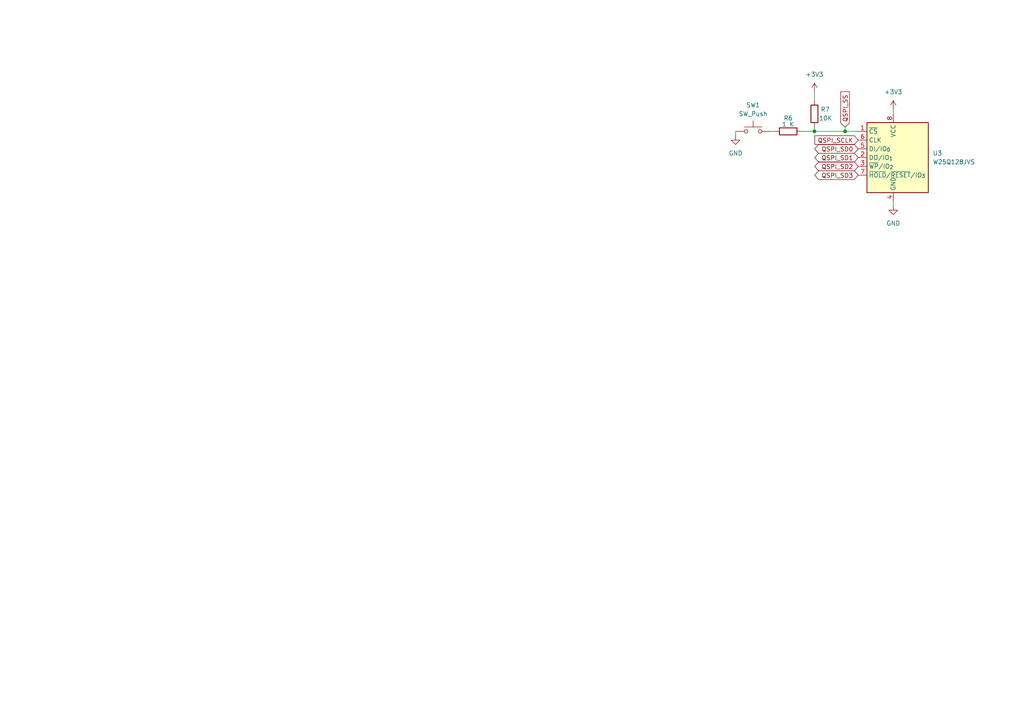
<source format=kicad_sch>
(kicad_sch (version 20250114) (generator "eeschema") (generator_version "9.0")
  (paper "A4")
  (lib_symbols
    (symbol "Device:R" (pin_numbers (hide yes)) (pin_names (offset 0))
      (property "Reference" "R" (at 2.032 0 90))
      (property "Value" "R" (at 0 0 90))
      (symbol "R_0_1"
        (rectangle (start -1.016 -2.54) (end 1.016 2.54) (stroke (width 0.254)))
      )
      (symbol "R_1_1"
        (pin passive line (at 0 3.81 270) (length 1.27) (name "~") (number "1"))
        (pin passive line (at 0 -3.81 90) (length 1.27) (name "~") (number "2"))
      )
    )
    (symbol "Memory_Flash:W25Q128JVS"
      (property "Reference" "U" (at -6.35 11.43 0))
      (property "Value" "W25Q128JVS" (at 7.62 11.43 0))
      (symbol "W25Q128JVS_0_1"
        (rectangle (start -7.62 10.16) (end 10.16 -10.16) (stroke (width 0.254)) (fill (type background)))
      )
      (symbol "W25Q128JVS_1_1"
        (pin input line (at -10.16 7.62 0) (length 2.54) (name "~{CS}") (number "1"))
        (pin input line (at -10.16 5.08 0) (length 2.54) (name "CLK") (number "6"))
        (pin bidirectional line (at -10.16 2.54 0) (length 2.54) (name "DI/IO_{0}") (number "5"))
        (pin bidirectional line (at -10.16 0 0) (length 2.54) (name "DO/IO_{1}") (number "2"))
        (pin bidirectional line (at -10.16 -2.54 0) (length 2.54) (name "~{WP}/IO_{2}") (number "3"))
        (pin bidirectional line (at -10.16 -5.08 0) (length 2.54) (name "~{HOLD}/~{RESET}/IO_{3}") (number "7"))
        (pin power_in line (at 0 12.7 270) (length 2.54) (name "VCC") (number "8"))
        (pin power_in line (at 0 -12.7 90) (length 2.54) (name "GND") (number "4"))
      )
    )
    (symbol "Switch:SW_Push" (pin_numbers (hide yes)) (pin_names (offset 1.016) (hide yes))
      (property "Reference" "SW" (at 1.27 2.54 0))
      (property "Value" "SW_Push" (at 0 -1.524 0))
      (symbol "SW_Push_0_1"
        (circle (center -2.032 0) (radius 0.508))
        (polyline (pts (xy 0 1.27) (xy 0 3.048)))
        (circle (center 2.032 0) (radius 0.508))
        (polyline (pts (xy 2.54 1.27) (xy -2.54 1.27)))
        (pin passive line (at -5.08 0 0) (length 2.54) (name "1") (number "1"))
        (pin passive line (at 5.08 0 180) (length 2.54) (name "2") (number "2"))
      )
    )
    (symbol "power:+3V3" (power) (pin_numbers (hide yes)) (pin_names (offset 0) (hide yes))
      (property "Value" "+3V3" (at 0 3.556 0))
      (symbol "+3V3_0_1"
        (polyline (pts (xy -0.762 1.27) (xy 0 2.54)))
        (polyline (pts (xy 0 2.54) (xy 0.762 1.27)))
        (polyline (pts (xy 0 0) (xy 0 2.54)))
      )
      (symbol "+3V3_1_1"
        (pin power_in line (at 0 0 90) (length 0) (name "~") (number "1"))
      )
    )
    (symbol "power:GND" (power) (pin_numbers (hide yes)) (pin_names (offset 0) (hide yes))
      (property "Value" "GND" (at 0 -3.81 0))
      (symbol "GND_0_1"
        (polyline (pts (xy 0 0) (xy 0 -1.27) (xy 1.27 -1.27) (xy 0 -2.54) (xy -1.27 -1.27) (xy 0 -1.27)))
      )
      (symbol "GND_1_1"
        (pin power_in line (at 0 0 270) (length 0) (name "~") (number "1"))
      )
    )
  )
  (junction (at 245.11 38.1))
  (junction (at 236.22 38.1))
  (wire (pts (xy 232.41 38.1) (xy 236.22 38.1)))
  (wire (pts (xy 223.52 38.1) (xy 224.79 38.1)))
  (wire (pts (xy 236.22 36.83) (xy 236.22 38.1)))
  (wire (pts (xy 236.22 38.1) (xy 245.11 38.1)))
  (wire (pts (xy 245.11 36.83) (xy 245.11 38.1)))
  (wire (pts (xy 259.08 58.42) (xy 259.08 59.69)))
  (wire (pts (xy 236.22 26.67) (xy 236.22 29.21)))
  (wire (pts (xy 248.92 38.1) (xy 245.11 38.1)))
  (wire (pts (xy 259.08 31.75) (xy 259.08 33.02)))
  (wire (pts (xy 213.36 38.1) (xy 213.36 39.37)))
  (global_label "QSPI_SD3" (shape bidirectional) (at 248.92 50.8 180) (property "Intersheetrefs" "${INTERSHEET_REFS}" (effects (hide yes))))
  (global_label "QSPI_SD2" (shape bidirectional) (at 248.92 48.26 180) (property "Intersheetrefs" "${INTERSHEET_REFS}" (effects (hide yes))))
  (global_label "QSPI_SD0" (shape bidirectional) (at 248.92 43.18 180) (property "Intersheetrefs" "${INTERSHEET_REFS}" (effects (hide yes))))
  (global_label "QSPI_SCLK" (shape input) (at 248.92 40.64 180) (property "Intersheetrefs" "${INTERSHEET_REFS}" (effects (hide yes))))
  (global_label "QSPI_SS" (shape input) (at 245.11 36.83 90) (property "Intersheetrefs" "${INTERSHEET_REFS}" (effects (hide yes))))
  (global_label "QSPI_SD1" (shape bidirectional) (at 248.92 45.72 180) (property "Intersheetrefs" "${INTERSHEET_REFS}" (effects (hide yes))))
  (symbol (lib_id "power:+3V3") (at 259.08 31.75 0) (unit 1)
    (property "Reference" "#PWR016" (effects (hide yes)))
    (property "Value" "+3V3" (at 259.08 26.67 0))
    (property "Description" "Power symbol creates a global label with name \"+3V3\"" (effects (hide yes)))
  )
  (symbol (lib_id "power:+3V3") (at 236.22 26.67 0) (unit 1)
    (property "Reference" "#PWR019" (effects (hide yes)))
    (property "Value" "+3V3" (at 236.22 21.59 0))
    (property "Description" "Power symbol creates a global label with name \"+3V3\"" (effects (hide yes)))
  )
  (symbol (lib_id "Device:R") (at 236.22 33.02 0) (unit 1)
    (property "Reference" "R7" (at 237.998 31.75 0) (effects (justify left)))
    (property "Value" "10K" (at 237.49 34.29 0) (effects (justify left)))
    (property "Description" "Resistor" (effects (hide yes)))
  )
  (symbol (lib_id "Device:R") (at 228.6 38.1 90) (unit 1)
    (property "Reference" "R6" (at 228.6 34.29 90))
    (property "Value" "1 K" (at 228.6 36.068 90))
    (property "Description" "Resistor" (effects (hide yes)))
  )
  (symbol (lib_id "Switch:SW_Push") (at 218.44 38.1 0) (unit 1)
    (property "Reference" "SW1" (at 218.44 30.48 0))
    (property "Value" "SW_Push" (at 218.44 33.02 0))
    (property "Description" "Push button switch, generic, two pins" (effects (hide yes)))
  )
  (symbol (lib_id "power:GND") (at 213.36 39.37 0) (unit 1)
    (property "Reference" "#PWR018" (effects (hide yes)))
    (property "Value" "GND" (at 213.36 44.45 0))
    (property "Description" "Power symbol creates a global label with name \"GND\" , ground" (effects (hide yes)))
  )
  (symbol (lib_id "power:GND") (at 259.08 59.69 0) (unit 1)
    (property "Reference" "#PWR017" (effects (hide yes)))
    (property "Value" "GND" (at 259.08 64.77 0))
    (property "Description" "Power symbol creates a global label with name \"GND\" , ground" (effects (hide yes)))
  )
  (symbol (lib_id "Memory_Flash:W25Q128JVS") (at 259.08 45.72 0) (unit 1)
    (property "Reference" "U3" (at 270.51 44.4499 0) (effects (justify left)))
    (property "Value" "W25Q128JVS" (at 270.51 46.9899 0) (effects (justify left)))
    (property "Footprint" "Package_SO:SOIC-8_5.3x5.3mm_P1.27mm" (effects (hide yes)))
    (property "Datasheet" "https://www.winbond.com/resource-files/w25q128jv_dtr%20revc%2003272018%20plus.pdf" (effects (hide yes)))
    (property "Description" "128Mbit / 16MiB Serial Flash Memory, Standard/Dual/Quad SPI, 2.7-3.6V, SOIC-8" (effects (hide yes)))
  )
)
</source>
